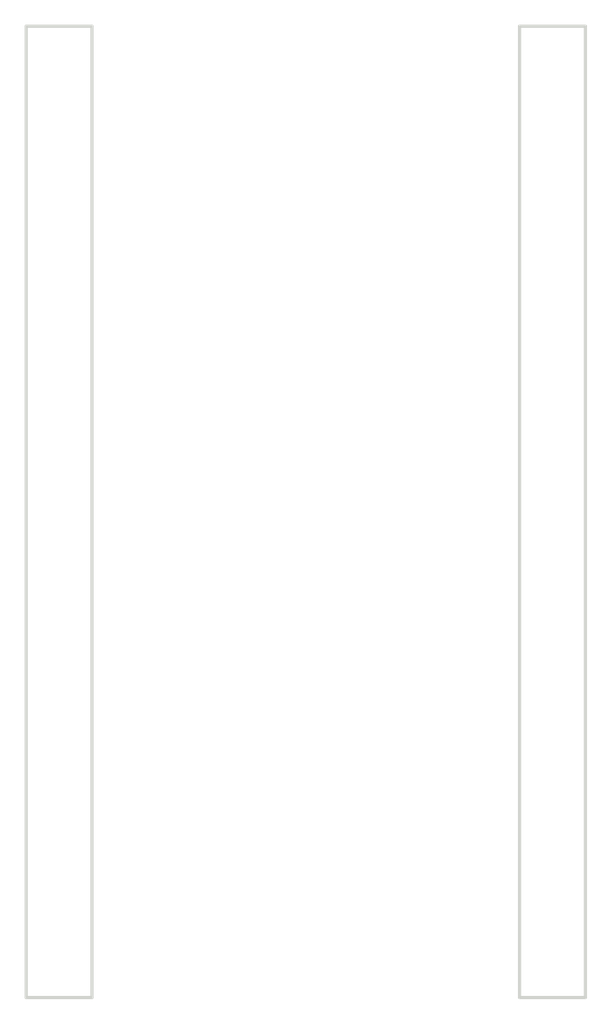
<source format=kicad_pcb>
(kicad_pcb (version 20241229) (generator "pcbnew") (generator_version "9.0")
  (title_block (title "Board 2x12 W15.24mm") (date "2025-09-29") (rev "V1"))
  (layers (0 "F.Cu" signal) (2 "B.Cu" signal) (13 "F.Paste" user) (15 "B.Paste" user) (5 "F.SilkS" user "F.Silkscreen") (7 "B.SilkS" user "B.Silkscreen") (1 "F.Mask" user) (3 "B.Mask" user) (25 "Edge.Cuts" user))
  (net 0 "")
  (footprint "SamacSys_Parts:PinHeader_1x12_P2.54mm_Vertical" (layer "B.Cu") (at 15.24 0 180)
    (property "Reference" "J3" (hide yes))
    (property "Value" "Pin_Header_01x12")
  )
  (footprint "SamacSys_Parts:PinHeader_1x12_P2.54mm_Vertical" (layer "B.Cu") (at 0 0 180)
    (property "Reference" "J2" (hide yes))
    (property "Value" "Pin_Header_01x12")
  )
  (gr_line (start -1.016 28.956) (end -1.016 -1.016) (stroke (width 0.1)) (layer "Edge.Cuts"))
  (gr_line (start -1.016 -1.016) (end 1.016 -1.016) (stroke (width 0.1)) (layer "Edge.Cuts"))
  (gr_line (start 16.256 28.956) (end 14.224 28.956) (stroke (width 0.1)) (layer "Edge.Cuts"))
  (gr_line (start 14.224 -1.016) (end 16.256 -1.016) (stroke (width 0.1)) (layer "Edge.Cuts"))
  (gr_line (start 1.016 28.956) (end -1.016 28.956) (stroke (width 0.1)) (layer "Edge.Cuts"))
  (gr_line (start 1.016 -1.016) (end 1.016 28.956) (stroke (width 0.1)) (layer "Edge.Cuts"))
  (gr_line (start 14.224 28.956) (end 14.224 -1.016) (stroke (width 0.1)) (layer "Edge.Cuts"))
  (gr_line (start 16.256 -1.016) (end 16.256 28.956) (stroke (width 0.1)) (layer "Edge.Cuts"))
)
</source>
